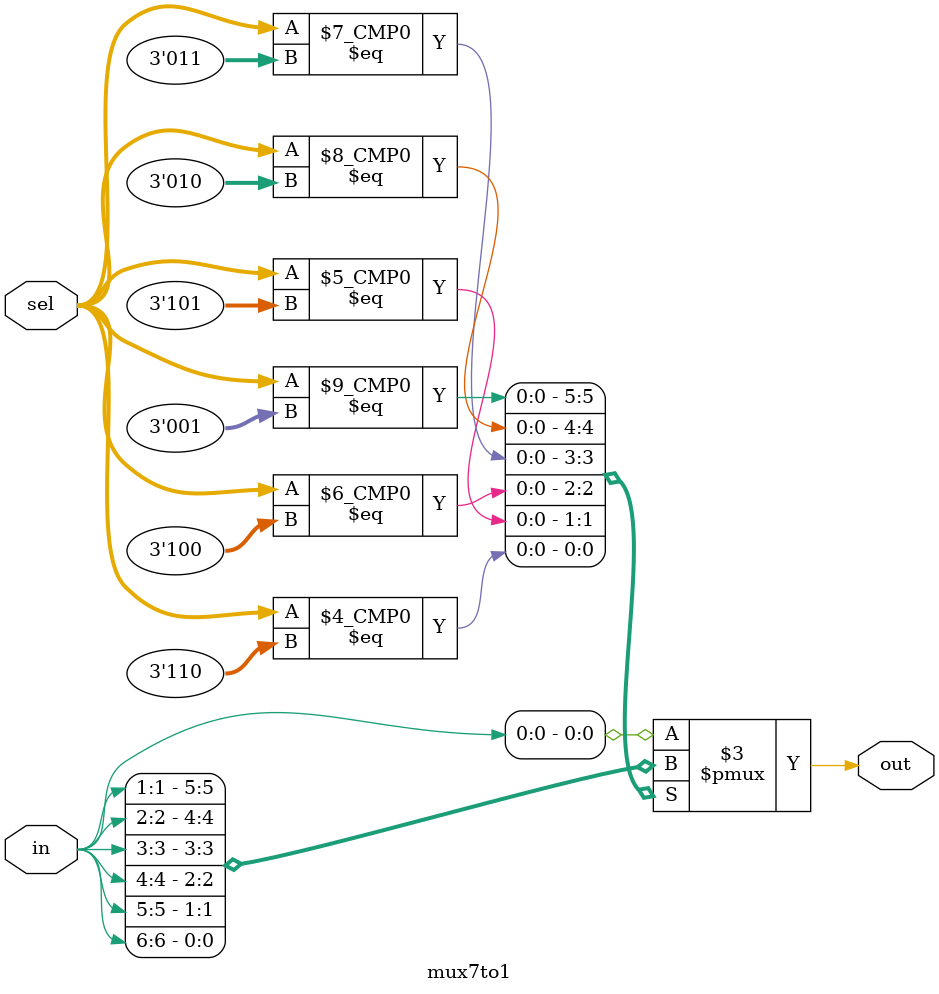
<source format=v>
module mux7to1(in, sel, out);
    input [6:0]in;
    input [2:0]sel; //select signal
	 output reg out;
	 
    always@(*)
        case(sel)
            3'b000 : out = in[0];
            3'b001 : out = in[1];
            3'b010 : out = in[2];
            3'b011 : out = in[3];
            3'b100 : out = in[4];
            3'b101 : out = in[5];
            3'b110 : out = in[6];
            default : out = in[0];
        endcase
endmodule

</source>
